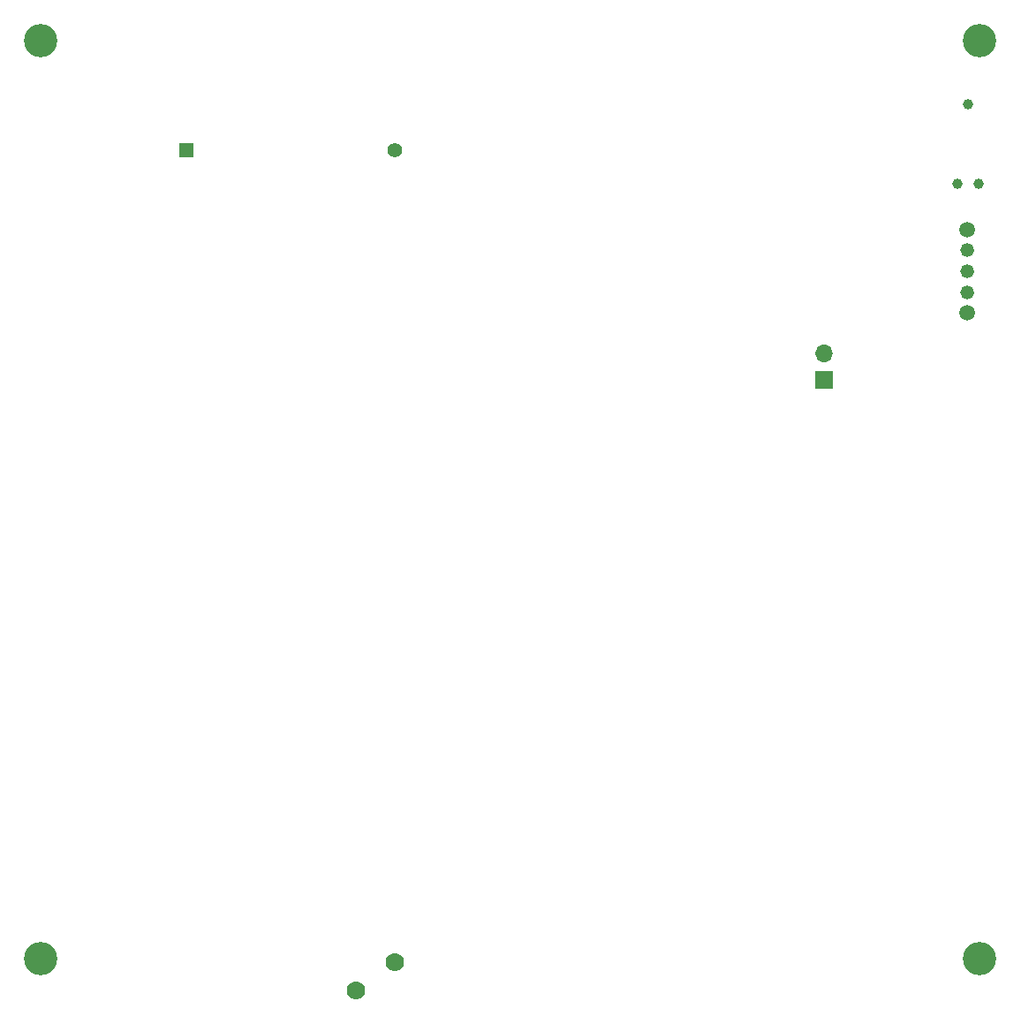
<source format=gbr>
%TF.GenerationSoftware,KiCad,Pcbnew,8.0.6*%
%TF.CreationDate,2024-11-20T13:36:43-05:00*%
%TF.ProjectId,wheel_counter,77686565-6c5f-4636-9f75-6e7465722e6b,rev?*%
%TF.SameCoordinates,Original*%
%TF.FileFunction,Soldermask,Bot*%
%TF.FilePolarity,Negative*%
%FSLAX46Y46*%
G04 Gerber Fmt 4.6, Leading zero omitted, Abs format (unit mm)*
G04 Created by KiCad (PCBNEW 8.0.6) date 2024-11-20 13:36:43*
%MOMM*%
%LPD*%
G01*
G04 APERTURE LIST*
%ADD10C,1.320800*%
%ADD11C,1.498600*%
%ADD12R,1.400000X1.400000*%
%ADD13C,1.400000*%
%ADD14C,3.200000*%
%ADD15C,1.778000*%
%ADD16C,0.990600*%
%ADD17R,1.700000X1.700000*%
%ADD18O,1.700000X1.700000*%
G04 APERTURE END LIST*
D10*
%TO.C,TOGGLE_SWITCH1*%
X128750000Y-81100000D03*
X128750000Y-79100000D03*
X128750000Y-77099999D03*
D11*
X128750000Y-83100000D03*
X128750000Y-75100000D03*
%TD*%
D12*
%TO.C,CoinCell1*%
X53950000Y-67500000D03*
D13*
X73950000Y-67500000D03*
%TD*%
D14*
%TO.C,H3*%
X130000000Y-57000000D03*
%TD*%
%TO.C,H1*%
X40000000Y-145000000D03*
%TD*%
D15*
%TO.C,JP2*%
X73900000Y-145300000D03*
%TD*%
%TO.C,JP1*%
X70200000Y-148000000D03*
%TD*%
D14*
%TO.C,H4*%
X130000000Y-145000000D03*
%TD*%
%TO.C,H2*%
X40000000Y-57000000D03*
%TD*%
D16*
%TO.C,TAGCONN1*%
X128835000Y-63120000D03*
X129850000Y-70740000D03*
X127820000Y-70740000D03*
%TD*%
D17*
%TO.C,J2*%
X115100000Y-89540000D03*
D18*
X115100000Y-87000000D03*
%TD*%
M02*

</source>
